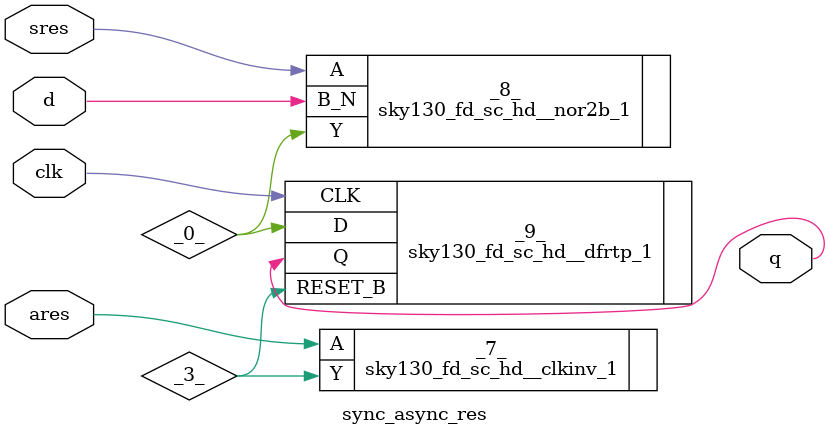
<source format=v>
/* Generated by Yosys 0.32+51 (git sha1 6405bbab1, gcc 12.3.0-1ubuntu1~22.04 -fPIC -Os) */

(* top =  1  *)
(* src = "sync_async_res.v:2.1-15.10" *)
module sync_async_res(clk, d, sres, ares, q);
  (* src = "sync_async_res.v:6.1-14.4" *)
  wire _0_;
  (* src = "sync_async_res.v:6.1-14.4" *)
  wire _1_;
  (* src = "sync_async_res.v:3.18-3.22" *)
  wire _2_;
  wire _3_;
  (* src = "sync_async_res.v:3.11-3.12" *)
  wire _4_;
  (* src = "sync_async_res.v:3.13-3.17" *)
  wire _5_;
  wire _6_;
  (* src = "sync_async_res.v:3.18-3.22" *)
  input ares;
  wire ares;
  (* src = "sync_async_res.v:3.7-3.10" *)
  input clk;
  wire clk;
  (* src = "sync_async_res.v:3.11-3.12" *)
  input d;
  wire d;
  (* src = "sync_async_res.v:4.13-4.14" *)
  output q;
  wire q;
  (* src = "sync_async_res.v:3.13-3.17" *)
  input sres;
  wire sres;
  sky130_fd_sc_hd__clkinv_1 _7_ (
    .A(_2_),
    .Y(_3_)
  );
  sky130_fd_sc_hd__nor2b_1 _8_ (
    .A(_5_),
    .B_N(_4_),
    .Y(_1_)
  );
  (* src = "sync_async_res.v:6.1-14.4" *)
  sky130_fd_sc_hd__dfrtp_1 _9_ (
    .CLK(clk),
    .D(_0_),
    .Q(q),
    .RESET_B(_6_)
  );
  assign _4_ = d;
  assign _5_ = sres;
  assign _0_ = _1_;
  assign _2_ = ares;
  assign _6_ = _3_;
endmodule

</source>
